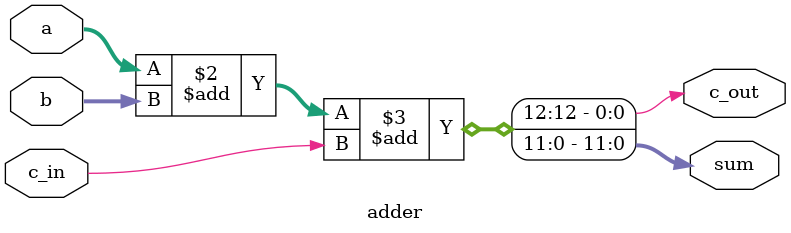
<source format=v>
`timescale 1ns/1ps

module adder (  input [11:0] a,  
                  input [11:0] b,  
                  input c_in,  
                  output reg c_out,  
                  output reg [11:0] sum);  
  
	always @ (a or b or c_in) begin  
		{c_out, sum} = a + b + c_in;  
	end  
endmodule



</source>
